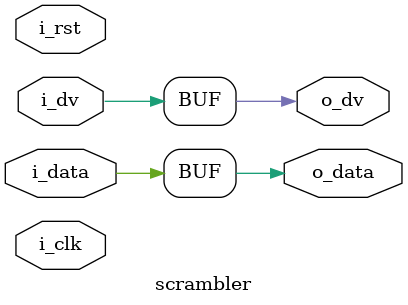
<source format=sv>
`timescale 1ns / 1ps

module scrambler(
    input logic i_clk,
    input logic i_rst,
    input logic i_data,
    input logic i_dv,
    output logic o_data,
    output logic o_dv
    );
    
    logic [3:0] lfsr; 
    
    always_ff @(posedge i_clk, posedge i_rst) begin
        if (i_rst) begin
            lfsr <= 0;
        end else if (i_dv) begin
            lfsr <= {i_data,lfsr[3:1]};        
        end
     end
    
    assign o_data = i_data;// ^ lfsr[3] ^ lfsr[1] ^ lfsr[0];
    assign o_dv = i_dv;
    
    
endmodule
</source>
